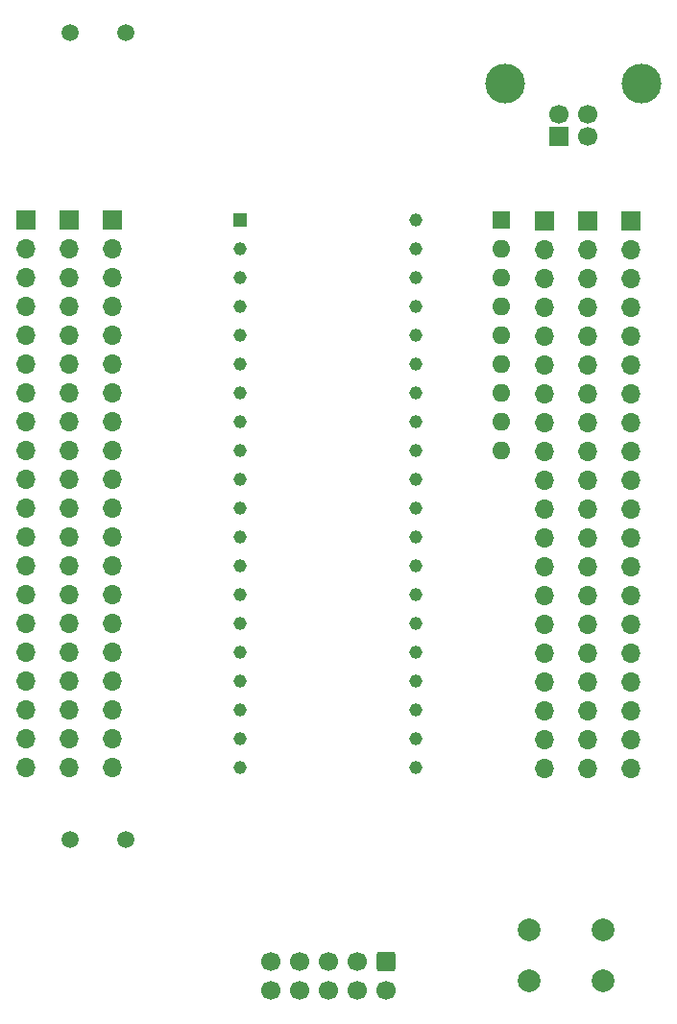
<source format=gbs>
G04 #@! TF.GenerationSoftware,KiCad,Pcbnew,(6.0.10)*
G04 #@! TF.CreationDate,2023-01-04T16:14:13-06:00*
G04 #@! TF.ProjectId,AT89S52_dev_board,41543839-5335-4325-9f64-65765f626f61,rev?*
G04 #@! TF.SameCoordinates,Original*
G04 #@! TF.FileFunction,Soldermask,Bot*
G04 #@! TF.FilePolarity,Negative*
%FSLAX46Y46*%
G04 Gerber Fmt 4.6, Leading zero omitted, Abs format (unit mm)*
G04 Created by KiCad (PCBNEW (6.0.10)) date 2023-01-04 16:14:13*
%MOMM*%
%LPD*%
G01*
G04 APERTURE LIST*
G04 Aperture macros list*
%AMRoundRect*
0 Rectangle with rounded corners*
0 $1 Rounding radius*
0 $2 $3 $4 $5 $6 $7 $8 $9 X,Y pos of 4 corners*
0 Add a 4 corners polygon primitive as box body*
4,1,4,$2,$3,$4,$5,$6,$7,$8,$9,$2,$3,0*
0 Add four circle primitives for the rounded corners*
1,1,$1+$1,$2,$3*
1,1,$1+$1,$4,$5*
1,1,$1+$1,$6,$7*
1,1,$1+$1,$8,$9*
0 Add four rect primitives between the rounded corners*
20,1,$1+$1,$2,$3,$4,$5,0*
20,1,$1+$1,$4,$5,$6,$7,0*
20,1,$1+$1,$6,$7,$8,$9,0*
20,1,$1+$1,$8,$9,$2,$3,0*%
G04 Aperture macros list end*
%ADD10C,2.000000*%
%ADD11R,1.700000X1.700000*%
%ADD12O,1.700000X1.700000*%
%ADD13C,1.500000*%
%ADD14R,1.600000X1.600000*%
%ADD15O,1.600000X1.600000*%
%ADD16RoundRect,0.250000X-0.600000X0.600000X-0.600000X-0.600000X0.600000X-0.600000X0.600000X0.600000X0*%
%ADD17C,1.700000*%
%ADD18C,3.500000*%
%ADD19R,1.159000X1.159000*%
%ADD20C,1.159000*%
G04 APERTURE END LIST*
D10*
X182955000Y-143800000D03*
X176455000Y-143800000D03*
X182955000Y-148300000D03*
X176455000Y-148300000D03*
D11*
X135890000Y-81280000D03*
D12*
X135890000Y-83820000D03*
X135890000Y-86360000D03*
X135890000Y-88900000D03*
X135890000Y-91440000D03*
X135890000Y-93980000D03*
X135890000Y-96520000D03*
X135890000Y-99060000D03*
X135890000Y-101600000D03*
X135890000Y-104140000D03*
X135890000Y-106680000D03*
X135890000Y-109220000D03*
X135890000Y-111760000D03*
X135890000Y-114300000D03*
X135890000Y-116840000D03*
X135890000Y-119380000D03*
X135890000Y-121920000D03*
X135890000Y-124460000D03*
X135890000Y-127000000D03*
X135890000Y-129540000D03*
D11*
X181610000Y-81285000D03*
D12*
X181610000Y-83825000D03*
X181610000Y-86365000D03*
X181610000Y-88905000D03*
X181610000Y-91445000D03*
X181610000Y-93985000D03*
X181610000Y-96525000D03*
X181610000Y-99065000D03*
X181610000Y-101605000D03*
X181610000Y-104145000D03*
X181610000Y-106685000D03*
X181610000Y-109225000D03*
X181610000Y-111765000D03*
X181610000Y-114305000D03*
X181610000Y-116845000D03*
X181610000Y-119385000D03*
X181610000Y-121925000D03*
X181610000Y-124465000D03*
X181610000Y-127005000D03*
X181610000Y-129545000D03*
D13*
X140880000Y-64770000D03*
X136000000Y-64770000D03*
D14*
X173990000Y-81265000D03*
D15*
X173990000Y-83805000D03*
X173990000Y-86345000D03*
X173990000Y-88885000D03*
X173990000Y-91425000D03*
X173990000Y-93965000D03*
X173990000Y-96505000D03*
X173990000Y-99045000D03*
X173990000Y-101585000D03*
D11*
X139700000Y-81280000D03*
D12*
X139700000Y-83820000D03*
X139700000Y-86360000D03*
X139700000Y-88900000D03*
X139700000Y-91440000D03*
X139700000Y-93980000D03*
X139700000Y-96520000D03*
X139700000Y-99060000D03*
X139700000Y-101600000D03*
X139700000Y-104140000D03*
X139700000Y-106680000D03*
X139700000Y-109220000D03*
X139700000Y-111760000D03*
X139700000Y-114300000D03*
X139700000Y-116840000D03*
X139700000Y-119380000D03*
X139700000Y-121920000D03*
X139700000Y-124460000D03*
X139700000Y-127000000D03*
X139700000Y-129540000D03*
D16*
X163830000Y-146567500D03*
D17*
X163830000Y-149107500D03*
X161290000Y-146567500D03*
X161290000Y-149107500D03*
X158750000Y-146567500D03*
X158750000Y-149107500D03*
X156210000Y-146567500D03*
X156210000Y-149107500D03*
X153670000Y-146567500D03*
X153670000Y-149107500D03*
D11*
X132080000Y-81280000D03*
D12*
X132080000Y-83820000D03*
X132080000Y-86360000D03*
X132080000Y-88900000D03*
X132080000Y-91440000D03*
X132080000Y-93980000D03*
X132080000Y-96520000D03*
X132080000Y-99060000D03*
X132080000Y-101600000D03*
X132080000Y-104140000D03*
X132080000Y-106680000D03*
X132080000Y-109220000D03*
X132080000Y-111760000D03*
X132080000Y-114300000D03*
X132080000Y-116840000D03*
X132080000Y-119380000D03*
X132080000Y-121920000D03*
X132080000Y-124460000D03*
X132080000Y-127000000D03*
X132080000Y-129540000D03*
D11*
X185420000Y-81285000D03*
D12*
X185420000Y-83825000D03*
X185420000Y-86365000D03*
X185420000Y-88905000D03*
X185420000Y-91445000D03*
X185420000Y-93985000D03*
X185420000Y-96525000D03*
X185420000Y-99065000D03*
X185420000Y-101605000D03*
X185420000Y-104145000D03*
X185420000Y-106685000D03*
X185420000Y-109225000D03*
X185420000Y-111765000D03*
X185420000Y-114305000D03*
X185420000Y-116845000D03*
X185420000Y-119385000D03*
X185420000Y-121925000D03*
X185420000Y-124465000D03*
X185420000Y-127005000D03*
X185420000Y-129545000D03*
D11*
X179090000Y-73887500D03*
D17*
X181590000Y-73887500D03*
X181590000Y-71887500D03*
X179090000Y-71887500D03*
D18*
X186360000Y-69177500D03*
X174320000Y-69177500D03*
D11*
X177800000Y-81285000D03*
D12*
X177800000Y-83825000D03*
X177800000Y-86365000D03*
X177800000Y-88905000D03*
X177800000Y-91445000D03*
X177800000Y-93985000D03*
X177800000Y-96525000D03*
X177800000Y-99065000D03*
X177800000Y-101605000D03*
X177800000Y-104145000D03*
X177800000Y-106685000D03*
X177800000Y-109225000D03*
X177800000Y-111765000D03*
X177800000Y-114305000D03*
X177800000Y-116845000D03*
X177800000Y-119385000D03*
X177800000Y-121925000D03*
X177800000Y-124465000D03*
X177800000Y-127005000D03*
X177800000Y-129545000D03*
D13*
X140880000Y-135890000D03*
X136000000Y-135890000D03*
D19*
X150933000Y-81280000D03*
D20*
X150933000Y-83820000D03*
X150933000Y-86360000D03*
X150933000Y-88900000D03*
X150933000Y-91440000D03*
X150933000Y-93980000D03*
X150933000Y-96520000D03*
X150933000Y-99060000D03*
X150933000Y-101600000D03*
X150933000Y-104140000D03*
X150933000Y-106680000D03*
X150933000Y-109220000D03*
X150933000Y-111760000D03*
X150933000Y-114300000D03*
X150933000Y-116840000D03*
X150933000Y-119380000D03*
X150933000Y-121920000D03*
X150933000Y-124460000D03*
X150933000Y-127000000D03*
X150933000Y-129540000D03*
X166491000Y-129540000D03*
X166491000Y-127000000D03*
X166491000Y-124460000D03*
X166491000Y-121920000D03*
X166491000Y-119380000D03*
X166491000Y-116840000D03*
X166491000Y-114300000D03*
X166491000Y-111760000D03*
X166491000Y-109220000D03*
X166491000Y-106680000D03*
X166491000Y-104140000D03*
X166491000Y-101600000D03*
X166491000Y-99060000D03*
X166491000Y-96520000D03*
X166491000Y-93980000D03*
X166491000Y-91440000D03*
X166491000Y-88900000D03*
X166491000Y-86360000D03*
X166491000Y-83820000D03*
X166491000Y-81280000D03*
M02*

</source>
